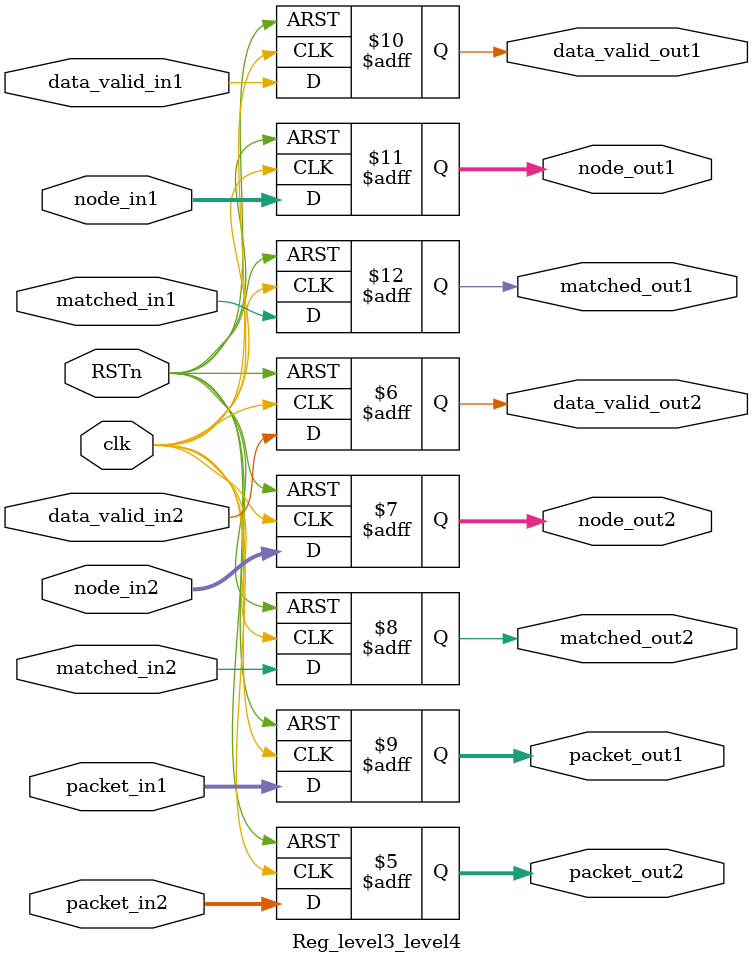
<source format=v>
`timescale 1ns / 1ps

module Reg_level3_level4 #(
    // the width of packet header and node
    parameter   PACKET_WIDTH = 104,
    parameter   NODE_WIDTH = 40
)

(
    //reset and clock
    input   clk,
    input   RSTn,
    
    //input from last stage 
    input wire [PACKET_WIDTH-1:0]    packet_in1,
    input wire                       data_valid_in1,
    input wire [NODE_WIDTH-1:0]      node_in1,
    input wire                       matched_in1,
    
    input wire [PACKET_WIDTH-1:0]    packet_in2,
    input wire                       data_valid_in2,
    input wire [NODE_WIDTH-1:0]      node_in2,
    input wire                       matched_in2, 
    
    //output to the node in level2 of tree 
    output reg [PACKET_WIDTH-1:0]    packet_out1,
    output reg                       data_valid_out1,
    output reg [NODE_WIDTH-1:0]      node_out1,
    output reg                       matched_out1,
    
    output reg [PACKET_WIDTH-1:0]    packet_out2,
    output reg                      data_valid_out2,
    output reg [NODE_WIDTH-1:0]      node_out2,
    output reg                       matched_out2
    
    );
    
    // handle the first packet
    always@(posedge clk or negedge RSTn)    begin
        if(!RSTn)   begin
            packet_out1 <= 104'b0;
            data_valid_out1 <= 1'b0;
            node_out1 <= 40'b0;
            matched_out1 <= 1'b0;            
        end else begin
            packet_out1 <= packet_in1;
            data_valid_out1 <= data_valid_in1;
            node_out1 <= node_in1;
            matched_out1 <= matched_in1;           
        end
    end
     
    // handle the first packet
    always@(posedge clk or negedge RSTn)    begin
        if(!RSTn)   begin
            packet_out2 <= 104'b0;
            data_valid_out2 <= 1'b0;
            node_out2 <= 40'b0;
            matched_out2 <= 1'b0;            
        end else begin
            packet_out2 <= packet_in2;
            data_valid_out2 <= data_valid_in2;
            node_out2 <= node_in2;
            matched_out2 <= matched_in2;           
        end
    end
    
 endmodule

</source>
